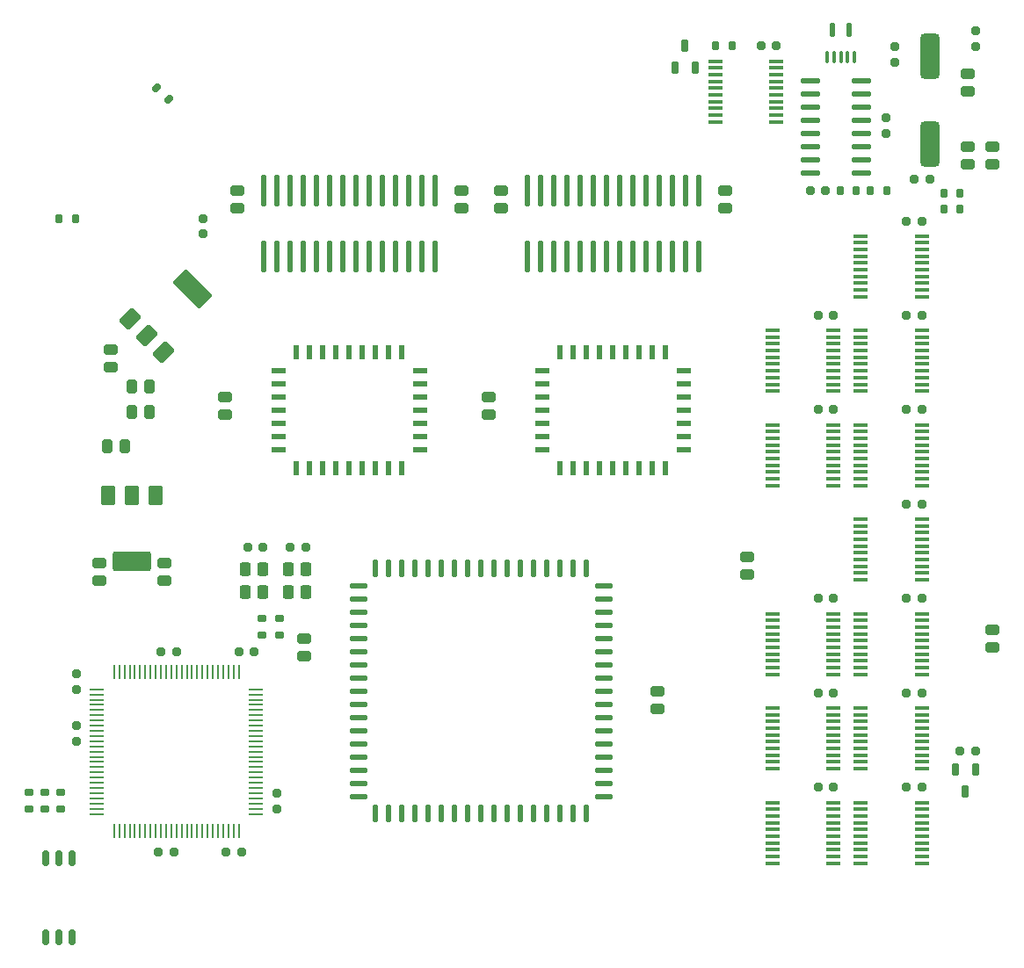
<source format=gtp>
G04 #@! TF.GenerationSoftware,KiCad,Pcbnew,(6.0.1-0)*
G04 #@! TF.CreationDate,2022-02-03T05:16:20-05:00*
G04 #@! TF.ProjectId,Warp-SE,57617270-2d53-4452-9e6b-696361645f70,rev?*
G04 #@! TF.SameCoordinates,Original*
G04 #@! TF.FileFunction,Paste,Top*
G04 #@! TF.FilePolarity,Positive*
%FSLAX46Y46*%
G04 Gerber Fmt 4.6, Leading zero omitted, Abs format (unit mm)*
G04 Created by KiCad (PCBNEW (6.0.1-0)) date 2022-02-03 05:16:20*
%MOMM*%
%LPD*%
G01*
G04 APERTURE LIST*
G04 Aperture macros list*
%AMRoundRect*
0 Rectangle with rounded corners*
0 $1 Rounding radius*
0 $2 $3 $4 $5 $6 $7 $8 $9 X,Y pos of 4 corners*
0 Add a 4 corners polygon primitive as box body*
4,1,4,$2,$3,$4,$5,$6,$7,$8,$9,$2,$3,0*
0 Add four circle primitives for the rounded corners*
1,1,$1+$1,$2,$3*
1,1,$1+$1,$4,$5*
1,1,$1+$1,$6,$7*
1,1,$1+$1,$8,$9*
0 Add four rect primitives between the rounded corners*
20,1,$1+$1,$2,$3,$4,$5,0*
20,1,$1+$1,$4,$5,$6,$7,0*
20,1,$1+$1,$6,$7,$8,$9,0*
20,1,$1+$1,$8,$9,$2,$3,0*%
G04 Aperture macros list end*
%ADD10RoundRect,0.237500X-0.437500X0.262500X-0.437500X-0.262500X0.437500X-0.262500X0.437500X0.262500X0*%
%ADD11RoundRect,0.237500X0.262500X0.437500X-0.262500X0.437500X-0.262500X-0.437500X0.262500X-0.437500X0*%
%ADD12RoundRect,0.172500X0.212500X0.262500X-0.212500X0.262500X-0.212500X-0.262500X0.212500X-0.262500X0*%
%ADD13RoundRect,0.237500X-0.262500X-0.437500X0.262500X-0.437500X0.262500X0.437500X-0.262500X0.437500X0*%
%ADD14RoundRect,0.040000X0.662500X0.075000X-0.662500X0.075000X-0.662500X-0.075000X0.662500X-0.075000X0*%
%ADD15RoundRect,0.040000X0.075000X0.662500X-0.075000X0.662500X-0.075000X-0.662500X0.075000X-0.662500X0*%
%ADD16RoundRect,0.237500X0.437500X-0.262500X0.437500X0.262500X-0.437500X0.262500X-0.437500X-0.262500X0*%
%ADD17RoundRect,0.250000X-0.176777X-0.813173X0.813173X0.176777X0.176777X0.813173X-0.813173X-0.176777X0*%
%ADD18RoundRect,0.250000X0.636396X-1.626346X1.626346X-0.636396X-0.636396X1.626346X-1.626346X0.636396X0*%
%ADD19RoundRect,0.125000X-0.150000X1.374000X-0.150000X-1.374000X0.150000X-1.374000X0.150000X1.374000X0*%
%ADD20RoundRect,0.172500X-0.212500X-0.262500X0.212500X-0.262500X0.212500X0.262500X-0.212500X0.262500X0*%
%ADD21RoundRect,0.072500X-0.612500X-0.112500X0.612500X-0.112500X0.612500X0.112500X-0.612500X0.112500X0*%
%ADD22RoundRect,0.172500X-0.262500X0.212500X-0.262500X-0.212500X0.262500X-0.212500X0.262500X0.212500X0*%
%ADD23RoundRect,0.172500X0.262500X-0.212500X0.262500X0.212500X-0.262500X0.212500X-0.262500X-0.212500X0*%
%ADD24RoundRect,0.125000X-0.300000X0.175000X-0.300000X-0.175000X0.300000X-0.175000X0.300000X0.175000X0*%
%ADD25RoundRect,0.250000X-0.300000X0.400000X-0.300000X-0.400000X0.300000X-0.400000X0.300000X0.400000X0*%
%ADD26RoundRect,0.125000X0.587500X-0.150000X0.587500X0.150000X-0.587500X0.150000X-0.587500X-0.150000X0*%
%ADD27RoundRect,0.125000X0.150000X-0.587500X0.150000X0.587500X-0.150000X0.587500X-0.150000X-0.587500X0*%
%ADD28RoundRect,0.125000X-0.150000X-0.700000X0.150000X-0.700000X0.150000X0.700000X-0.150000X0.700000X0*%
%ADD29RoundRect,0.125000X-0.700000X-0.150000X0.700000X-0.150000X0.700000X0.150000X-0.700000X0.150000X0*%
%ADD30RoundRect,0.250000X-0.450000X0.700000X-0.450000X-0.700000X0.450000X-0.700000X0.450000X0.700000X0*%
%ADD31RoundRect,0.250000X-1.600000X0.700000X-1.600000X-0.700000X1.600000X-0.700000X1.600000X0.700000X0*%
%ADD32RoundRect,0.030000X0.120000X0.545000X-0.120000X0.545000X-0.120000X-0.545000X0.120000X-0.545000X0*%
%ADD33RoundRect,0.125000X0.150000X0.525000X-0.150000X0.525000X-0.150000X-0.525000X0.150000X-0.525000X0*%
%ADD34RoundRect,0.125000X0.175000X0.300000X-0.175000X0.300000X-0.175000X-0.300000X0.175000X-0.300000X0*%
%ADD35RoundRect,0.125000X0.335876X0.088388X0.088388X0.335876X-0.335876X-0.088388X-0.088388X-0.335876X0*%
%ADD36RoundRect,0.150000X-0.200000X0.475000X-0.200000X-0.475000X0.200000X-0.475000X0.200000X0.475000X0*%
%ADD37RoundRect,0.165000X-0.190000X0.572000X-0.190000X-0.572000X0.190000X-0.572000X0.190000X0.572000X0*%
%ADD38RoundRect,0.125000X-0.175000X-0.300000X0.175000X-0.300000X0.175000X0.300000X-0.175000X0.300000X0*%
%ADD39RoundRect,0.125000X0.825000X0.150000X-0.825000X0.150000X-0.825000X-0.150000X0.825000X-0.150000X0*%
%ADD40RoundRect,0.450000X-0.500000X1.750000X-0.500000X-1.750000X0.500000X-1.750000X0.500000X1.750000X0*%
%ADD41RoundRect,0.150000X0.200000X-0.475000X0.200000X0.475000X-0.200000X0.475000X-0.200000X-0.475000X0*%
G04 APERTURE END LIST*
D10*
X112903000Y-70358000D03*
X112903000Y-72058000D03*
D11*
X116649500Y-73914000D03*
X114949500Y-73914000D03*
X116649500Y-76327000D03*
X114949500Y-76327000D03*
D12*
X131700000Y-89400000D03*
X130200000Y-89400000D03*
D13*
X112550000Y-79650000D03*
X114250000Y-79650000D03*
D14*
X126912500Y-115100000D03*
X126912500Y-114600000D03*
X126912500Y-114100000D03*
X126912500Y-113600000D03*
X126912500Y-113100000D03*
X126912500Y-112600000D03*
X126912500Y-112100000D03*
X126912500Y-111600000D03*
X126912500Y-111100000D03*
X126912500Y-110600000D03*
X126912500Y-110100000D03*
X126912500Y-109600000D03*
X126912500Y-109100000D03*
X126912500Y-108600000D03*
X126912500Y-108100000D03*
X126912500Y-107600000D03*
X126912500Y-107100000D03*
X126912500Y-106600000D03*
X126912500Y-106100000D03*
X126912500Y-105600000D03*
X126912500Y-105100000D03*
X126912500Y-104600000D03*
X126912500Y-104100000D03*
X126912500Y-103600000D03*
X126912500Y-103100000D03*
D15*
X125250000Y-101437500D03*
X124750000Y-101437500D03*
X124250000Y-101437500D03*
X123750000Y-101437500D03*
X123250000Y-101437500D03*
X122750000Y-101437500D03*
X122250000Y-101437500D03*
X121750000Y-101437500D03*
X121250000Y-101437500D03*
X120750000Y-101437500D03*
X120250000Y-101437500D03*
X119750000Y-101437500D03*
X119250000Y-101437500D03*
X118750000Y-101437500D03*
X118250000Y-101437500D03*
X117750000Y-101437500D03*
X117250000Y-101437500D03*
X116750000Y-101437500D03*
X116250000Y-101437500D03*
X115750000Y-101437500D03*
X115250000Y-101437500D03*
X114750000Y-101437500D03*
X114250000Y-101437500D03*
X113750000Y-101437500D03*
X113250000Y-101437500D03*
D14*
X111587500Y-103100000D03*
X111587500Y-103600000D03*
X111587500Y-104100000D03*
X111587500Y-104600000D03*
X111587500Y-105100000D03*
X111587500Y-105600000D03*
X111587500Y-106100000D03*
X111587500Y-106600000D03*
X111587500Y-107100000D03*
X111587500Y-107600000D03*
X111587500Y-108100000D03*
X111587500Y-108600000D03*
X111587500Y-109100000D03*
X111587500Y-109600000D03*
X111587500Y-110100000D03*
X111587500Y-110600000D03*
X111587500Y-111100000D03*
X111587500Y-111600000D03*
X111587500Y-112100000D03*
X111587500Y-112600000D03*
X111587500Y-113100000D03*
X111587500Y-113600000D03*
X111587500Y-114100000D03*
X111587500Y-114600000D03*
X111587500Y-115100000D03*
D15*
X113250000Y-116762500D03*
X113750000Y-116762500D03*
X114250000Y-116762500D03*
X114750000Y-116762500D03*
X115250000Y-116762500D03*
X115750000Y-116762500D03*
X116250000Y-116762500D03*
X116750000Y-116762500D03*
X117250000Y-116762500D03*
X117750000Y-116762500D03*
X118250000Y-116762500D03*
X118750000Y-116762500D03*
X119250000Y-116762500D03*
X119750000Y-116762500D03*
X120250000Y-116762500D03*
X120750000Y-116762500D03*
X121250000Y-116762500D03*
X121750000Y-116762500D03*
X122250000Y-116762500D03*
X122750000Y-116762500D03*
X123250000Y-116762500D03*
X123750000Y-116762500D03*
X124250000Y-116762500D03*
X124750000Y-116762500D03*
X125250000Y-116762500D03*
D16*
X195453000Y-45466000D03*
X195453000Y-43766000D03*
D10*
X195453000Y-50800000D03*
X195453000Y-52500000D03*
X197866000Y-50800000D03*
X197866000Y-52500000D03*
D17*
X114746268Y-67351041D03*
X116372614Y-68977386D03*
D18*
X120827386Y-64522614D03*
D17*
X117998959Y-70603732D03*
D19*
X169545000Y-54991000D03*
X168275000Y-54991000D03*
X167005000Y-54991000D03*
X165735000Y-54991000D03*
X164465000Y-54991000D03*
X163195000Y-54991000D03*
X161925000Y-54991000D03*
X160655000Y-54991000D03*
X159385000Y-54991000D03*
X158115000Y-54991000D03*
X156845000Y-54991000D03*
X155575000Y-54991000D03*
X154305000Y-54991000D03*
X153035000Y-54991000D03*
X153035000Y-61341000D03*
X154305000Y-61341000D03*
X155575000Y-61341000D03*
X156845000Y-61341000D03*
X158115000Y-61341000D03*
X159385000Y-61341000D03*
X160655000Y-61341000D03*
X161925000Y-61341000D03*
X163195000Y-61341000D03*
X164465000Y-61341000D03*
X165735000Y-61341000D03*
X167005000Y-61341000D03*
X168275000Y-61341000D03*
X169545000Y-61341000D03*
D20*
X125250000Y-99450000D03*
X126750000Y-99450000D03*
D21*
X176650000Y-95800000D03*
X176650000Y-96450000D03*
X176650000Y-97100000D03*
X176650000Y-97750000D03*
X176650000Y-98400000D03*
X176650000Y-99050000D03*
X176650000Y-99700000D03*
X176650000Y-100350000D03*
X176650000Y-101000000D03*
X176650000Y-101650000D03*
X182550000Y-101650000D03*
X182550000Y-101000000D03*
X182550000Y-100350000D03*
X182550000Y-99700000D03*
X182550000Y-99050000D03*
X182550000Y-98400000D03*
X182550000Y-97750000D03*
X182550000Y-97100000D03*
X182550000Y-96450000D03*
X182550000Y-95800000D03*
D12*
X182550000Y-94350000D03*
X181050000Y-94350000D03*
X191050000Y-57950000D03*
X189550000Y-57950000D03*
X191050000Y-94350000D03*
X189550000Y-94350000D03*
X191050000Y-85250000D03*
X189550000Y-85250000D03*
X182550000Y-112550000D03*
X181050000Y-112550000D03*
X191050000Y-112550000D03*
X189550000Y-112550000D03*
X191050000Y-67050000D03*
X189550000Y-67050000D03*
X182550000Y-67050000D03*
X181050000Y-67050000D03*
X182550000Y-76150000D03*
X181050000Y-76150000D03*
X182550000Y-103450000D03*
X181050000Y-103450000D03*
X191050000Y-103450000D03*
X189550000Y-103450000D03*
D16*
X197866000Y-99060000D03*
X197866000Y-97360000D03*
D10*
X131572000Y-98171000D03*
X131572000Y-99871000D03*
X165608000Y-103251000D03*
X165608000Y-104951000D03*
D21*
X176650000Y-68500000D03*
X176650000Y-69150000D03*
X176650000Y-69800000D03*
X176650000Y-70450000D03*
X176650000Y-71100000D03*
X176650000Y-71750000D03*
X176650000Y-72400000D03*
X176650000Y-73050000D03*
X176650000Y-73700000D03*
X176650000Y-74350000D03*
X182550000Y-74350000D03*
X182550000Y-73700000D03*
X182550000Y-73050000D03*
X182550000Y-72400000D03*
X182550000Y-71750000D03*
X182550000Y-71100000D03*
X182550000Y-70450000D03*
X182550000Y-69800000D03*
X182550000Y-69150000D03*
X182550000Y-68500000D03*
X176650000Y-77600000D03*
X176650000Y-78250000D03*
X176650000Y-78900000D03*
X176650000Y-79550000D03*
X176650000Y-80200000D03*
X176650000Y-80850000D03*
X176650000Y-81500000D03*
X176650000Y-82150000D03*
X176650000Y-82800000D03*
X176650000Y-83450000D03*
X182550000Y-83450000D03*
X182550000Y-82800000D03*
X182550000Y-82150000D03*
X182550000Y-81500000D03*
X182550000Y-80850000D03*
X182550000Y-80200000D03*
X182550000Y-79550000D03*
X182550000Y-78900000D03*
X182550000Y-78250000D03*
X182550000Y-77600000D03*
X185150000Y-59400000D03*
X185150000Y-60050000D03*
X185150000Y-60700000D03*
X185150000Y-61350000D03*
X185150000Y-62000000D03*
X185150000Y-62650000D03*
X185150000Y-63300000D03*
X185150000Y-63950000D03*
X185150000Y-64600000D03*
X185150000Y-65250000D03*
X191050000Y-65250000D03*
X191050000Y-64600000D03*
X191050000Y-63950000D03*
X191050000Y-63300000D03*
X191050000Y-62650000D03*
X191050000Y-62000000D03*
X191050000Y-61350000D03*
X191050000Y-60700000D03*
X191050000Y-60050000D03*
X191050000Y-59400000D03*
X185150000Y-68500000D03*
X185150000Y-69150000D03*
X185150000Y-69800000D03*
X185150000Y-70450000D03*
X185150000Y-71100000D03*
X185150000Y-71750000D03*
X185150000Y-72400000D03*
X185150000Y-73050000D03*
X185150000Y-73700000D03*
X185150000Y-74350000D03*
X191050000Y-74350000D03*
X191050000Y-73700000D03*
X191050000Y-73050000D03*
X191050000Y-72400000D03*
X191050000Y-71750000D03*
X191050000Y-71100000D03*
X191050000Y-70450000D03*
X191050000Y-69800000D03*
X191050000Y-69150000D03*
X191050000Y-68500000D03*
X185150000Y-86700000D03*
X185150000Y-87350000D03*
X185150000Y-88000000D03*
X185150000Y-88650000D03*
X185150000Y-89300000D03*
X185150000Y-89950000D03*
X185150000Y-90600000D03*
X185150000Y-91250000D03*
X185150000Y-91900000D03*
X185150000Y-92550000D03*
X191050000Y-92550000D03*
X191050000Y-91900000D03*
X191050000Y-91250000D03*
X191050000Y-90600000D03*
X191050000Y-89950000D03*
X191050000Y-89300000D03*
X191050000Y-88650000D03*
X191050000Y-88000000D03*
X191050000Y-87350000D03*
X191050000Y-86700000D03*
X185150000Y-77600000D03*
X185150000Y-78250000D03*
X185150000Y-78900000D03*
X185150000Y-79550000D03*
X185150000Y-80200000D03*
X185150000Y-80850000D03*
X185150000Y-81500000D03*
X185150000Y-82150000D03*
X185150000Y-82800000D03*
X185150000Y-83450000D03*
X191050000Y-83450000D03*
X191050000Y-82800000D03*
X191050000Y-82150000D03*
X191050000Y-81500000D03*
X191050000Y-80850000D03*
X191050000Y-80200000D03*
X191050000Y-79550000D03*
X191050000Y-78900000D03*
X191050000Y-78250000D03*
X191050000Y-77600000D03*
X176650000Y-104900000D03*
X176650000Y-105550000D03*
X176650000Y-106200000D03*
X176650000Y-106850000D03*
X176650000Y-107500000D03*
X176650000Y-108150000D03*
X176650000Y-108800000D03*
X176650000Y-109450000D03*
X176650000Y-110100000D03*
X176650000Y-110750000D03*
X182550000Y-110750000D03*
X182550000Y-110100000D03*
X182550000Y-109450000D03*
X182550000Y-108800000D03*
X182550000Y-108150000D03*
X182550000Y-107500000D03*
X182550000Y-106850000D03*
X182550000Y-106200000D03*
X182550000Y-105550000D03*
X182550000Y-104900000D03*
X176650000Y-114000000D03*
X176650000Y-114650000D03*
X176650000Y-115300000D03*
X176650000Y-115950000D03*
X176650000Y-116600000D03*
X176650000Y-117250000D03*
X176650000Y-117900000D03*
X176650000Y-118550000D03*
X176650000Y-119200000D03*
X176650000Y-119850000D03*
X182550000Y-119850000D03*
X182550000Y-119200000D03*
X182550000Y-118550000D03*
X182550000Y-117900000D03*
X182550000Y-117250000D03*
X182550000Y-116600000D03*
X182550000Y-115950000D03*
X182550000Y-115300000D03*
X182550000Y-114650000D03*
X182550000Y-114000000D03*
X185150000Y-95800000D03*
X185150000Y-96450000D03*
X185150000Y-97100000D03*
X185150000Y-97750000D03*
X185150000Y-98400000D03*
X185150000Y-99050000D03*
X185150000Y-99700000D03*
X185150000Y-100350000D03*
X185150000Y-101000000D03*
X185150000Y-101650000D03*
X191050000Y-101650000D03*
X191050000Y-101000000D03*
X191050000Y-100350000D03*
X191050000Y-99700000D03*
X191050000Y-99050000D03*
X191050000Y-98400000D03*
X191050000Y-97750000D03*
X191050000Y-97100000D03*
X191050000Y-96450000D03*
X191050000Y-95800000D03*
X185150000Y-104900000D03*
X185150000Y-105550000D03*
X185150000Y-106200000D03*
X185150000Y-106850000D03*
X185150000Y-107500000D03*
X185150000Y-108150000D03*
X185150000Y-108800000D03*
X185150000Y-109450000D03*
X185150000Y-110100000D03*
X185150000Y-110750000D03*
X191050000Y-110750000D03*
X191050000Y-110100000D03*
X191050000Y-109450000D03*
X191050000Y-108800000D03*
X191050000Y-108150000D03*
X191050000Y-107500000D03*
X191050000Y-106850000D03*
X191050000Y-106200000D03*
X191050000Y-105550000D03*
X191050000Y-104900000D03*
X185150000Y-114000000D03*
X185150000Y-114650000D03*
X185150000Y-115300000D03*
X185150000Y-115950000D03*
X185150000Y-116600000D03*
X185150000Y-117250000D03*
X185150000Y-117900000D03*
X185150000Y-118550000D03*
X185150000Y-119200000D03*
X185150000Y-119850000D03*
X191050000Y-119850000D03*
X191050000Y-119200000D03*
X191050000Y-118550000D03*
X191050000Y-117900000D03*
X191050000Y-117250000D03*
X191050000Y-116600000D03*
X191050000Y-115950000D03*
X191050000Y-115300000D03*
X191050000Y-114650000D03*
X191050000Y-114000000D03*
D19*
X144145000Y-54991000D03*
X142875000Y-54991000D03*
X141605000Y-54991000D03*
X140335000Y-54991000D03*
X139065000Y-54991000D03*
X137795000Y-54991000D03*
X136525000Y-54991000D03*
X135255000Y-54991000D03*
X133985000Y-54991000D03*
X132715000Y-54991000D03*
X131445000Y-54991000D03*
X130175000Y-54991000D03*
X128905000Y-54991000D03*
X127635000Y-54991000D03*
X127635000Y-61341000D03*
X128905000Y-61341000D03*
X130175000Y-61341000D03*
X131445000Y-61341000D03*
X132715000Y-61341000D03*
X133985000Y-61341000D03*
X135255000Y-61341000D03*
X136525000Y-61341000D03*
X137795000Y-61341000D03*
X139065000Y-61341000D03*
X140335000Y-61341000D03*
X141605000Y-61341000D03*
X142875000Y-61341000D03*
X144145000Y-61341000D03*
D12*
X127600000Y-89400000D03*
X126100000Y-89400000D03*
D20*
X124000000Y-118750000D03*
X125500000Y-118750000D03*
D22*
X109600000Y-106600000D03*
X109600000Y-108100000D03*
D12*
X119000000Y-118750000D03*
X117500000Y-118750000D03*
X119250000Y-99450000D03*
X117750000Y-99450000D03*
D22*
X128900000Y-113100000D03*
X128900000Y-114600000D03*
D23*
X109600000Y-103100000D03*
X109600000Y-101600000D03*
D24*
X129150000Y-96300000D03*
X129150000Y-97900000D03*
X127450000Y-96300000D03*
X127450000Y-97900000D03*
X106553000Y-112992000D03*
X106553000Y-114592000D03*
X108077000Y-112992000D03*
X108077000Y-114592000D03*
D25*
X130000000Y-91500000D03*
X130000000Y-93700000D03*
X131700000Y-93700000D03*
X131700000Y-91500000D03*
X125900000Y-91500000D03*
X125900000Y-93700000D03*
X127600000Y-93700000D03*
X127600000Y-91500000D03*
D26*
X129052500Y-76200000D03*
X129052500Y-77470000D03*
X129052500Y-78740000D03*
X129052500Y-80010000D03*
D27*
X130810000Y-81762500D03*
X132080000Y-81762500D03*
X133350000Y-81762500D03*
X134620000Y-81762500D03*
X135890000Y-81762500D03*
X137160000Y-81762500D03*
X138430000Y-81762500D03*
X139700000Y-81762500D03*
X140970000Y-81762500D03*
D26*
X142727500Y-80010000D03*
X142727500Y-78740000D03*
X142727500Y-77470000D03*
X142727500Y-76200000D03*
X142727500Y-74930000D03*
X142727500Y-73660000D03*
X142727500Y-72390000D03*
D27*
X140970000Y-70637500D03*
X139700000Y-70637500D03*
X138430000Y-70637500D03*
X137160000Y-70637500D03*
X135890000Y-70637500D03*
X134620000Y-70637500D03*
X133350000Y-70637500D03*
X132080000Y-70637500D03*
X130810000Y-70637500D03*
D26*
X129052500Y-72390000D03*
X129052500Y-73660000D03*
X129052500Y-74930000D03*
X154452500Y-76200000D03*
X154452500Y-77470000D03*
X154452500Y-78740000D03*
X154452500Y-80010000D03*
D27*
X156210000Y-81762500D03*
X157480000Y-81762500D03*
X158750000Y-81762500D03*
X160020000Y-81762500D03*
X161290000Y-81762500D03*
X162560000Y-81762500D03*
X163830000Y-81762500D03*
X165100000Y-81762500D03*
X166370000Y-81762500D03*
D26*
X168127500Y-80010000D03*
X168127500Y-78740000D03*
X168127500Y-77470000D03*
X168127500Y-76200000D03*
X168127500Y-74930000D03*
X168127500Y-73660000D03*
X168127500Y-72390000D03*
D27*
X166370000Y-70637500D03*
X165100000Y-70637500D03*
X163830000Y-70637500D03*
X162560000Y-70637500D03*
X161290000Y-70637500D03*
X160020000Y-70637500D03*
X158750000Y-70637500D03*
X157480000Y-70637500D03*
X156210000Y-70637500D03*
D26*
X154452500Y-72390000D03*
X154452500Y-73660000D03*
X154452500Y-74930000D03*
D28*
X148590000Y-91451000D03*
X147320000Y-91451000D03*
X146050000Y-91451000D03*
X144780000Y-91451000D03*
X143510000Y-91451000D03*
X142240000Y-91451000D03*
X140970000Y-91451000D03*
X139700000Y-91451000D03*
X138430000Y-91451000D03*
D29*
X136790000Y-93091000D03*
X136790000Y-94361000D03*
X136790000Y-95631000D03*
X136790000Y-96901000D03*
X136790000Y-98171000D03*
X136790000Y-99441000D03*
X136790000Y-100711000D03*
X136790000Y-101981000D03*
X136790000Y-103251000D03*
X136790000Y-104521000D03*
X136790000Y-105791000D03*
X136790000Y-107061000D03*
X136790000Y-108331000D03*
X136790000Y-109601000D03*
X136790000Y-110871000D03*
X136790000Y-112141000D03*
X136790000Y-113411000D03*
D28*
X138430000Y-115051000D03*
X139700000Y-115051000D03*
X140970000Y-115051000D03*
X142240000Y-115051000D03*
X143510000Y-115051000D03*
X144780000Y-115051000D03*
X146050000Y-115051000D03*
X147320000Y-115051000D03*
X148590000Y-115051000D03*
X149860000Y-115051000D03*
X151130000Y-115051000D03*
X152400000Y-115051000D03*
X153670000Y-115051000D03*
X154940000Y-115051000D03*
X156210000Y-115051000D03*
X157480000Y-115051000D03*
X158750000Y-115051000D03*
D29*
X160390000Y-113411000D03*
X160390000Y-112141000D03*
X160390000Y-110871000D03*
X160390000Y-109601000D03*
X160390000Y-108331000D03*
X160390000Y-107061000D03*
X160390000Y-105791000D03*
X160390000Y-104521000D03*
X160390000Y-103251000D03*
X160390000Y-101981000D03*
X160390000Y-100711000D03*
X160390000Y-99441000D03*
X160390000Y-98171000D03*
X160390000Y-96901000D03*
X160390000Y-95631000D03*
X160390000Y-94361000D03*
X160390000Y-93091000D03*
D28*
X158750000Y-91451000D03*
X157480000Y-91451000D03*
X156210000Y-91451000D03*
X154940000Y-91451000D03*
X153670000Y-91451000D03*
X152400000Y-91451000D03*
X151130000Y-91451000D03*
X149860000Y-91451000D03*
D30*
X117250000Y-84450000D03*
X114950000Y-84450000D03*
D31*
X114950000Y-90750000D03*
D30*
X112650000Y-84450000D03*
D10*
X111800000Y-90950000D03*
X111800000Y-92650000D03*
X118100000Y-90950000D03*
X118100000Y-92650000D03*
X123952000Y-74930000D03*
X123952000Y-76630000D03*
X149352000Y-74930000D03*
X149352000Y-76630000D03*
X172085000Y-54991000D03*
X172085000Y-56691000D03*
X125095000Y-54991000D03*
X125095000Y-56691000D03*
X146685000Y-54991000D03*
X146685000Y-56691000D03*
X150495000Y-54991000D03*
X150495000Y-56691000D03*
D12*
X191050000Y-76150000D03*
X189550000Y-76150000D03*
D32*
X184550000Y-42187500D03*
X183900000Y-42187500D03*
X183250000Y-42187500D03*
X182600000Y-42187500D03*
X181950000Y-42187500D03*
D33*
X182450000Y-39537500D03*
X184050000Y-39537500D03*
D34*
X109550000Y-57750000D03*
X107950000Y-57750000D03*
D35*
X118479370Y-46216370D03*
X117348000Y-45085000D03*
D36*
X196200000Y-110800000D03*
X194300000Y-110800000D03*
X195250000Y-112900000D03*
D37*
X109220000Y-119380000D03*
X107950000Y-119380000D03*
X106680000Y-119380000D03*
X106680000Y-127000000D03*
X107950000Y-127000000D03*
X109220000Y-127000000D03*
D24*
X105029000Y-112992000D03*
X105029000Y-114592000D03*
D23*
X187579000Y-49530000D03*
X187579000Y-48030000D03*
D12*
X191800000Y-53900000D03*
X190300000Y-53900000D03*
D34*
X172750000Y-41050000D03*
X171150000Y-41050000D03*
D38*
X186106000Y-54991000D03*
X187706000Y-54991000D03*
D34*
X194750000Y-56800000D03*
X193150000Y-56800000D03*
D21*
X171150000Y-42550000D03*
X171150000Y-43200000D03*
X171150000Y-43850000D03*
X171150000Y-44500000D03*
X171150000Y-45150000D03*
X171150000Y-45800000D03*
X171150000Y-46450000D03*
X171150000Y-47100000D03*
X171150000Y-47750000D03*
X171150000Y-48400000D03*
X177050000Y-48400000D03*
X177050000Y-47750000D03*
X177050000Y-47100000D03*
X177050000Y-46450000D03*
X177050000Y-45800000D03*
X177050000Y-45150000D03*
X177050000Y-44500000D03*
X177050000Y-43850000D03*
X177050000Y-43200000D03*
X177050000Y-42550000D03*
D12*
X196200000Y-109050000D03*
X194700000Y-109050000D03*
D10*
X174250000Y-90300000D03*
X174250000Y-92000000D03*
D38*
X183159500Y-54991000D03*
X184759500Y-54991000D03*
D39*
X185228000Y-53340000D03*
X185228000Y-52070000D03*
X185228000Y-50800000D03*
X185228000Y-49530000D03*
X185228000Y-48260000D03*
X185228000Y-46990000D03*
X185228000Y-45720000D03*
X185228000Y-44450000D03*
X180278000Y-44450000D03*
X180278000Y-45720000D03*
X180278000Y-46990000D03*
X180278000Y-48260000D03*
X180278000Y-49530000D03*
X180278000Y-50800000D03*
X180278000Y-52070000D03*
X180278000Y-53340000D03*
D20*
X180276500Y-54991000D03*
X181776500Y-54991000D03*
D40*
X191800000Y-42050000D03*
X191800000Y-50550000D03*
D41*
X167300000Y-43150000D03*
X169200000Y-43150000D03*
X168250000Y-41050000D03*
D34*
X194750000Y-55300000D03*
X193150000Y-55300000D03*
D23*
X188450000Y-42650000D03*
X188450000Y-41150000D03*
D12*
X177050000Y-41050000D03*
X175550000Y-41050000D03*
D22*
X121850000Y-57700000D03*
X121850000Y-59200000D03*
X196200000Y-39650000D03*
X196200000Y-41150000D03*
M02*

</source>
